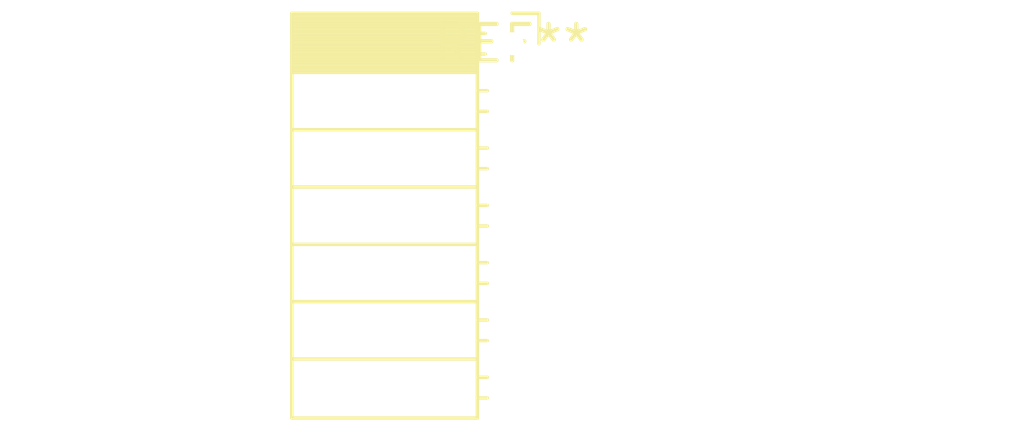
<source format=kicad_pcb>
(kicad_pcb (version 20240108) (generator pcbnew)
  (layers (0 "F.Cu" signal) (31 "B.Cu" signal) (34 "B.Paste" user) (35 "F.Paste" user) (36 "B.SilkS" user "B.Silkscreen") (37 "F.SilkS" user "F.Silkscreen") (38 "B.Mask" user) (39 "F.Mask" user) (44 "Edge.Cuts" user))
  (net 0 "")
  (footprint "PinSocket_1x07_P2.00mm_Horizontal" (layer "F.Cu") (at 0 0)
    (property "Reference" "REF**")
    (property "Value" "PinSocket_1x07_P2.00mm_Horizontal")
    (fp_line (start -7.68 -1.06) (end -7.68 13.06) (layer "F.SilkS") (stroke (width 0.12)))
    (fp_line (start -7.68 -1.06) (end -1.21 -1.06) (layer "F.SilkS") (stroke (width 0.12)))
    (fp_line (start -7.68 -0.94) (end -1.21 -0.94) (layer "F.SilkS") (stroke (width 0.12)))
    (fp_line (start -7.68 -0.825882) (end -1.21 -0.825882) (layer "F.SilkS") (stroke (width 0.12)))
    (fp_line (start -7.68 -0.711764) (end -1.21 -0.711764) (layer "F.SilkS") (stroke (width 0.12)))
    (fp_line (start -7.68 -0.597646) (end -1.21 -0.597646) (layer "F.SilkS") (stroke (width 0.12)))
    (fp_line (start -7.68 -0.483528) (end -1.21 -0.483528) (layer "F.SilkS") (stroke (width 0.12)))
    (fp_line (start -7.68 -0.36941) (end -1.21 -0.36941) (layer "F.SilkS") (stroke (width 0.12)))
    (fp_line (start -7.68 -0.255292) (end -1.21 -0.255292) (layer "F.SilkS") (stroke (width 0.12)))
    (fp_line (start -7.68 -0.141174) (end -1.21 -0.141174) (layer "F.SilkS") (stroke (width 0.12)))
    (fp_line (start -7.68 -0.027056) (end -1.21 -0.027056) (layer "F.SilkS") (stroke (width 0.12)))
    (fp_line (start -7.68 0.087062) (end -1.21 0.087062) (layer "F.SilkS") (stroke (width 0.12)))
    (fp_line (start -7.68 0.20118) (end -1.21 0.20118) (layer "F.SilkS") (stroke (width 0.12)))
    (fp_line (start -7.68 0.315298) (end -1.21 0.315298) (layer "F.SilkS") (stroke (width 0.12)))
    (fp_line (start -7.68 0.429416) (end -1.21 0.429416) (layer "F.SilkS") (stroke (width 0.12)))
    (fp_line (start -7.68 0.543534) (end -1.21 0.543534) (layer "F.SilkS") (stroke (width 0.12)))
    (fp_line (start -7.68 0.657652) (end -1.21 0.657652) (layer "F.SilkS") (stroke (width 0.12)))
    (fp_line (start -7.68 0.77177) (end -1.21 0.77177) (layer "F.SilkS") (stroke (width 0.12)))
    (fp_line (start -7.68 0.885888) (end -1.21 0.885888) (layer "F.SilkS") (stroke (width 0.12)))
    (fp_line (start -7.68 1) (end -1.21 1) (layer "F.SilkS") (stroke (width 0.12)))
    (fp_line (start -7.68 3) (end -1.21 3) (layer "F.SilkS") (stroke (width 0.12)))
    (fp_line (start -7.68 5) (end -1.21 5) (layer "F.SilkS") (stroke (width 0.12)))
    (fp_line (start -7.68 7) (end -1.21 7) (layer "F.SilkS") (stroke (width 0.12)))
    (fp_line (start -7.68 9) (end -1.21 9) (layer "F.SilkS") (stroke (width 0.12)))
    (fp_line (start -7.68 11) (end -1.21 11) (layer "F.SilkS") (stroke (width 0.12)))
    (fp_line (start -7.68 13.06) (end -1.21 13.06) (layer "F.SilkS") (stroke (width 0.12)))
    (fp_line (start -1.21 -1.06) (end -1.21 13.06) (layer "F.SilkS") (stroke (width 0.12)))
    (fp_line (start -1.21 -0.36) (end -0.935 -0.36) (layer "F.SilkS") (stroke (width 0.12)))
    (fp_line (start -1.21 0.36) (end -0.935 0.36) (layer "F.SilkS") (stroke (width 0.12)))
    (fp_line (start -1.21 1.64) (end -0.862917 1.64) (layer "F.SilkS") (stroke (width 0.12)))
    (fp_line (start -1.21 2.36) (end -0.862917 2.36) (layer "F.SilkS") (stroke (width 0.12)))
    (fp_line (start -1.21 3.64) (end -0.862917 3.64) (layer "F.SilkS") (stroke (width 0.12)))
    (fp_line (start -1.21 4.36) (end -0.862917 4.36) (layer "F.SilkS") (stroke (width 0.12)))
    (fp_line (start -1.21 5.64) (end -0.862917 5.64) (layer "F.SilkS") (stroke (width 0.12)))
    (fp_line (start -1.21 6.36) (end -0.862917 6.36) (layer "F.SilkS") (stroke (width 0.12)))
    (fp_line (start -1.21 7.64) (end -0.862917 7.64) (layer "F.SilkS") (stroke (width 0.12)))
    (fp_line (start -1.21 8.36) (end -0.862917 8.36) (layer "F.SilkS") (stroke (width 0.12)))
    (fp_line (start -1.21 9.64) (end -0.862917 9.64) (layer "F.SilkS") (stroke (width 0.12)))
    (fp_line (start -1.21 10.36) (end -0.862917 10.36) (layer "F.SilkS") (stroke (width 0.12)))
    (fp_line (start -1.21 11.64) (end -0.862917 11.64) (layer "F.SilkS") (stroke (width 0.12)))
    (fp_line (start -1.21 12.36) (end -0.862917 12.36) (layer "F.SilkS") (stroke (width 0.12)))
    (fp_line (start 0 -1.06) (end 0.935 -1.06) (layer "F.SilkS") (stroke (width 0.12)))
    (fp_line (start 0.935 -1.06) (end 0.935 0) (layer "F.SilkS") (stroke (width 0.12)))
    (pad "1" thru_hole rect (at 0 0) (size 1.35 1.35) (drill 0.8) (layers *.Cu *.Mask) (remove_unused_layers))
    (pad "2" thru_hole oval (at 0 2) (size 1.35 1.35) (drill 0.8) (layers *.Cu *.Mask) (remove_unused_layers))
    (pad "3" thru_hole oval (at 0 4) (size 1.35 1.35) (drill 0.8) (layers *.Cu *.Mask) (remove_unused_layers))
    (pad "4" thru_hole oval (at 0 6) (size 1.35 1.35) (drill 0.8) (layers *.Cu *.Mask) (remove_unused_layers))
    (pad "5" thru_hole oval (at 0 8) (size 1.35 1.35) (drill 0.8) (layers *.Cu *.Mask) (remove_unused_layers))
    (pad "6" thru_hole oval (at 0 10) (size 1.35 1.35) (drill 0.8) (layers *.Cu *.Mask) (remove_unused_layers))
    (pad "7" thru_hole oval (at 0 12) (size 1.35 1.35) (drill 0.8) (layers *.Cu *.Mask) (remove_unused_layers))
  )
)
</source>
